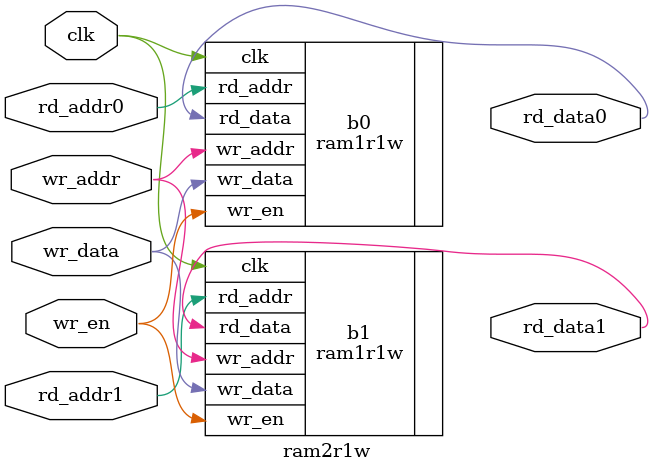
<source format=v>
module ram2r1w (
	clk,
	rd_addr0,
	rd_addr1,
	wr_addr,
	wr_data,
	wr_en,
	rd_data0,
	rd_data1
);
	input wire clk;
	parameter WIDTH = 1;
	parameter LG_DEPTH = 1;
	input wire [LG_DEPTH - 1:0] rd_addr0;
	input wire [LG_DEPTH - 1:0] rd_addr1;
	input wire [LG_DEPTH - 1:0] wr_addr;
	input wire [WIDTH - 1:0] wr_data;
	input wire wr_en;
	output wire [WIDTH - 1:0] rd_data0;
	output wire [WIDTH - 1:0] rd_data1;
	ram1r1w #(
		.WIDTH(WIDTH),
		.LG_DEPTH(LG_DEPTH)
	) b0(
		.clk(clk),
		.rd_addr(rd_addr0),
		.wr_addr(wr_addr),
		.wr_data(wr_data),
		.wr_en(wr_en),
		.rd_data(rd_data0)
	);
	ram1r1w #(
		.WIDTH(WIDTH),
		.LG_DEPTH(LG_DEPTH)
	) b1(
		.clk(clk),
		.rd_addr(rd_addr1),
		.wr_addr(wr_addr),
		.wr_data(wr_data),
		.wr_en(wr_en),
		.rd_data(rd_data1)
	);
endmodule

</source>
